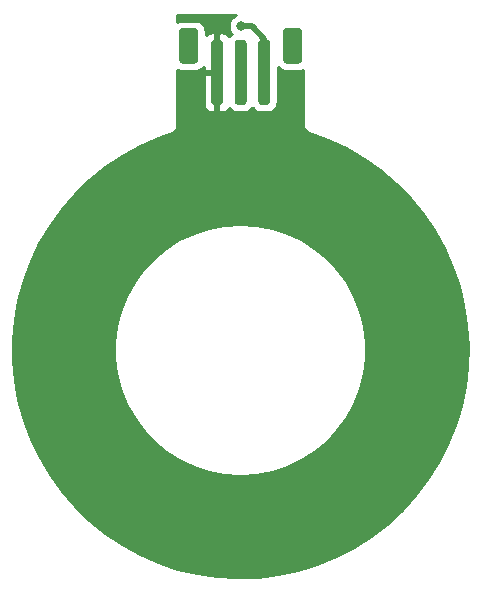
<source format=gbl>
G04 #@! TF.GenerationSoftware,KiCad,Pcbnew,5.1.9+dfsg1-1~bpo10+1*
G04 #@! TF.CreationDate,2021-09-04T16:41:58+00:00*
G04 #@! TF.ProjectId,ringLight,72696e67-4c69-4676-9874-2e6b69636164,rev?*
G04 #@! TF.SameCoordinates,Original*
G04 #@! TF.FileFunction,Copper,L2,Bot*
G04 #@! TF.FilePolarity,Positive*
%FSLAX46Y46*%
G04 Gerber Fmt 4.6, Leading zero omitted, Abs format (unit mm)*
G04 Created by KiCad (PCBNEW 5.1.9+dfsg1-1~bpo10+1) date 2021-09-04 16:41:58*
%MOMM*%
%LPD*%
G01*
G04 APERTURE LIST*
G04 #@! TA.AperFunction,ViaPad*
%ADD10C,0.800000*%
G04 #@! TD*
G04 #@! TA.AperFunction,Conductor*
%ADD11C,0.500000*%
G04 #@! TD*
G04 #@! TA.AperFunction,Conductor*
%ADD12C,0.254000*%
G04 #@! TD*
G04 #@! TA.AperFunction,Conductor*
%ADD13C,0.100000*%
G04 #@! TD*
G04 APERTURE END LIST*
G04 #@! TA.AperFunction,SMDPad,CuDef*
G36*
G01*
X-3570000Y26990000D02*
X-3570000Y24490000D01*
G75*
G02*
X-3820000Y24240000I-250000J0D01*
G01*
X-4920000Y24240000D01*
G75*
G02*
X-5170000Y24490000I0J250000D01*
G01*
X-5170000Y26990000D01*
G75*
G02*
X-4920000Y27240000I250000J0D01*
G01*
X-3820000Y27240000D01*
G75*
G02*
X-3570000Y26990000I0J-250000D01*
G01*
G37*
G04 #@! TD.AperFunction*
G04 #@! TA.AperFunction,SMDPad,CuDef*
G36*
G01*
X5230000Y26990000D02*
X5230000Y24490000D01*
G75*
G02*
X4980000Y24240000I-250000J0D01*
G01*
X3880000Y24240000D01*
G75*
G02*
X3630000Y24490000I0J250000D01*
G01*
X3630000Y26990000D01*
G75*
G02*
X3880000Y27240000I250000J0D01*
G01*
X4980000Y27240000D01*
G75*
G02*
X5230000Y26990000I0J-250000D01*
G01*
G37*
G04 #@! TD.AperFunction*
G04 #@! TA.AperFunction,SMDPad,CuDef*
G36*
G01*
X-1470000Y25990000D02*
X-1470000Y20990000D01*
G75*
G02*
X-1720000Y20740000I-250000J0D01*
G01*
X-2220000Y20740000D01*
G75*
G02*
X-2470000Y20990000I0J250000D01*
G01*
X-2470000Y25990000D01*
G75*
G02*
X-2220000Y26240000I250000J0D01*
G01*
X-1720000Y26240000D01*
G75*
G02*
X-1470000Y25990000I0J-250000D01*
G01*
G37*
G04 #@! TD.AperFunction*
G04 #@! TA.AperFunction,SMDPad,CuDef*
G36*
G01*
X530000Y25990000D02*
X530000Y20990000D01*
G75*
G02*
X280000Y20740000I-250000J0D01*
G01*
X-220000Y20740000D01*
G75*
G02*
X-470000Y20990000I0J250000D01*
G01*
X-470000Y25990000D01*
G75*
G02*
X-220000Y26240000I250000J0D01*
G01*
X280000Y26240000D01*
G75*
G02*
X530000Y25990000I0J-250000D01*
G01*
G37*
G04 #@! TD.AperFunction*
G04 #@! TA.AperFunction,SMDPad,CuDef*
G36*
G01*
X2530000Y25990000D02*
X2530000Y20990000D01*
G75*
G02*
X2280000Y20740000I-250000J0D01*
G01*
X1780000Y20740000D01*
G75*
G02*
X1530000Y20990000I0J250000D01*
G01*
X1530000Y25990000D01*
G75*
G02*
X1780000Y26240000I250000J0D01*
G01*
X2280000Y26240000D01*
G75*
G02*
X2530000Y25990000I0J-250000D01*
G01*
G37*
G04 #@! TD.AperFunction*
D10*
X-4250000Y18750000D03*
X8000000Y8180000D03*
X0Y23500000D03*
X60000Y27410000D03*
D11*
X10000Y23490000D02*
X0Y23500000D01*
X30000Y23490000D02*
X10000Y23490000D01*
X2030000Y23490000D02*
X2030000Y26360000D01*
X980000Y27410000D02*
X60000Y27410000D01*
X2030000Y26360000D02*
X980000Y27410000D01*
D12*
X-430256Y28327205D02*
X-599774Y28213937D01*
X-743937Y28069774D01*
X-857205Y27900256D01*
X-935226Y27711898D01*
X-975000Y27511939D01*
X-975000Y27308061D01*
X-935226Y27108102D01*
X-857205Y26919744D01*
X-743937Y26750226D01*
X-718181Y26724470D01*
X-847962Y26617962D01*
X-910969Y26541187D01*
X-939463Y26594494D01*
X-1018815Y26691185D01*
X-1115506Y26770537D01*
X-1225820Y26829502D01*
X-1345518Y26865812D01*
X-1470000Y26878072D01*
X-1684250Y26875000D01*
X-1843000Y26716250D01*
X-1843000Y23617000D01*
X-1823000Y23617000D01*
X-1823000Y23363000D01*
X-1843000Y23363000D01*
X-1843000Y20263750D01*
X-1684250Y20105000D01*
X-1470000Y20101928D01*
X-1345518Y20114188D01*
X-1225820Y20150498D01*
X-1115506Y20209463D01*
X-1018815Y20288815D01*
X-939463Y20385506D01*
X-910969Y20438813D01*
X-847962Y20362038D01*
X-713386Y20251595D01*
X-559850Y20169528D01*
X-393254Y20118992D01*
X-220000Y20101928D01*
X280000Y20101928D01*
X453254Y20118992D01*
X619850Y20169528D01*
X773386Y20251595D01*
X907962Y20362038D01*
X1018405Y20496614D01*
X1030000Y20518307D01*
X1041595Y20496614D01*
X1152038Y20362038D01*
X1286614Y20251595D01*
X1440150Y20169528D01*
X1606746Y20118992D01*
X1780000Y20101928D01*
X2280000Y20101928D01*
X2453254Y20118992D01*
X2619850Y20169528D01*
X2773386Y20251595D01*
X2907962Y20362038D01*
X3018405Y20496614D01*
X3100472Y20650150D01*
X3151008Y20816746D01*
X3168072Y20990000D01*
X3168072Y23964351D01*
X3252038Y23862038D01*
X3386614Y23751595D01*
X3540150Y23669528D01*
X3706746Y23618992D01*
X3880000Y23601928D01*
X4980000Y23601928D01*
X5153254Y23618992D01*
X5319850Y23669528D01*
X5339999Y23680298D01*
X5339998Y18967583D01*
X5349548Y18870619D01*
X5387288Y18746209D01*
X5448573Y18631552D01*
X5531050Y18531054D01*
X5631548Y18448577D01*
X5746205Y18387292D01*
X5790737Y18373783D01*
X7411073Y17781608D01*
X8962423Y17052406D01*
X10442804Y16188189D01*
X11840502Y15195792D01*
X13144438Y14083087D01*
X14344311Y12858862D01*
X15430597Y11532835D01*
X16394715Y10115479D01*
X17229021Y8618030D01*
X17926904Y7052354D01*
X18482848Y5430834D01*
X18892446Y3766309D01*
X19152454Y2071982D01*
X19260818Y361228D01*
X19216677Y-1352378D01*
X19020381Y-3055273D01*
X18673484Y-4733982D01*
X18178733Y-6375206D01*
X17540044Y-7965957D01*
X16762475Y-9493631D01*
X15852184Y-10946134D01*
X14816380Y-12311965D01*
X13663254Y-13580321D01*
X12401957Y-14741136D01*
X11042452Y-15785241D01*
X9595515Y-16704361D01*
X8072609Y-17491214D01*
X6485782Y-18139576D01*
X4847595Y-18644313D01*
X3171033Y-19001425D01*
X1469356Y-19208087D01*
X-243937Y-19262661D01*
X-1955320Y-19164715D01*
X-3651213Y-18915027D01*
X-5318194Y-18515572D01*
X-6943063Y-17969515D01*
X-8512971Y-17281173D01*
X-10015468Y-16456002D01*
X-11438660Y-15500537D01*
X-12771287Y-14422338D01*
X-14002787Y-13229949D01*
X-15123419Y-11932803D01*
X-16124306Y-10541174D01*
X-16997520Y-9066087D01*
X-17736150Y-7519214D01*
X-18334348Y-5912804D01*
X-18787381Y-4259567D01*
X-19091653Y-2572622D01*
X-19244762Y-865298D01*
X-19245416Y670603D01*
X-10658925Y670603D01*
X-10658925Y-670603D01*
X-10490828Y-2001232D01*
X-10157284Y-3300301D01*
X-9663553Y-4547323D01*
X-9017422Y-5722630D01*
X-8229081Y-6807688D01*
X-7310963Y-7785385D01*
X-6277546Y-8640301D01*
X-5145129Y-9358955D01*
X-3931570Y-9930013D01*
X-2656008Y-10344468D01*
X-1338559Y-10595785D01*
X0Y-10680000D01*
X1338559Y-10595785D01*
X2656008Y-10344468D01*
X3931570Y-9930013D01*
X5145129Y-9358955D01*
X6277546Y-8640301D01*
X7310963Y-7785385D01*
X8229081Y-6807688D01*
X9017422Y-5722630D01*
X9663553Y-4547323D01*
X10157284Y-3300301D01*
X10490828Y-2001232D01*
X10658925Y-670603D01*
X10658925Y670603D01*
X10490828Y2001232D01*
X10157284Y3300301D01*
X9663553Y4547323D01*
X9017422Y5722630D01*
X8229081Y6807688D01*
X7310963Y7785385D01*
X6277546Y8640301D01*
X5145129Y9358955D01*
X3931570Y9930013D01*
X2656008Y10344468D01*
X1338559Y10595785D01*
X0Y10680000D01*
X-1338559Y10595785D01*
X-2656008Y10344468D01*
X-3931570Y9930013D01*
X-5145129Y9358955D01*
X-6277546Y8640301D01*
X-7310963Y7785385D01*
X-8229081Y6807688D01*
X-9017422Y5722630D01*
X-9663553Y4547323D01*
X-10157284Y3300301D01*
X-10490828Y2001232D01*
X-10658925Y670603D01*
X-19245416Y670603D01*
X-19245492Y848880D01*
X-19093841Y2556331D01*
X-18791005Y4243548D01*
X-18339388Y5897157D01*
X-17742557Y7504084D01*
X-17005244Y9051588D01*
X-16133286Y10527425D01*
X-15133592Y11919899D01*
X-14014069Y13217998D01*
X-12783581Y14411442D01*
X-11451878Y15490775D01*
X-10029504Y16447451D01*
X-8527704Y17273907D01*
X-6954566Y17965266D01*
X-5794749Y18372565D01*
X-5746208Y18387290D01*
X-5631551Y18448575D01*
X-5531052Y18531052D01*
X-5448575Y18631550D01*
X-5387290Y18746207D01*
X-5349550Y18870617D01*
X-5340000Y18967581D01*
X-5340000Y20740000D01*
X-3108072Y20740000D01*
X-3095812Y20615518D01*
X-3059502Y20495820D01*
X-3000537Y20385506D01*
X-2921185Y20288815D01*
X-2824494Y20209463D01*
X-2714180Y20150498D01*
X-2594482Y20114188D01*
X-2470000Y20101928D01*
X-2255750Y20105000D01*
X-2097000Y20263750D01*
X-2097000Y23363000D01*
X-2946250Y23363000D01*
X-3105000Y23204250D01*
X-3108072Y20740000D01*
X-5340000Y20740000D01*
X-5340000Y23712369D01*
X-5259850Y23669528D01*
X-5093254Y23618992D01*
X-4920000Y23601928D01*
X-3820000Y23601928D01*
X-3646746Y23618992D01*
X-3480150Y23669528D01*
X-3326614Y23751595D01*
X-3192038Y23862038D01*
X-3105239Y23967803D01*
X-3105000Y23775750D01*
X-2946250Y23617000D01*
X-2097000Y23617000D01*
X-2097000Y26716250D01*
X-2255750Y26875000D01*
X-2470000Y26878072D01*
X-2594482Y26865812D01*
X-2714180Y26829502D01*
X-2824494Y26770537D01*
X-2921185Y26691185D01*
X-2931928Y26678095D01*
X-2931928Y26990000D01*
X-2948992Y27163254D01*
X-2999528Y27329850D01*
X-3081595Y27483386D01*
X-3192038Y27617962D01*
X-3326614Y27728405D01*
X-3480150Y27810472D01*
X-3646746Y27861008D01*
X-3820000Y27878072D01*
X-4920000Y27878072D01*
X-5093254Y27861008D01*
X-5259850Y27810472D01*
X-5340000Y27767631D01*
X-5340000Y28340000D01*
X-399366Y28340000D01*
X-430256Y28327205D01*
G04 #@! TA.AperFunction,Conductor*
D13*
G36*
X-430256Y28327205D02*
G01*
X-599774Y28213937D01*
X-743937Y28069774D01*
X-857205Y27900256D01*
X-935226Y27711898D01*
X-975000Y27511939D01*
X-975000Y27308061D01*
X-935226Y27108102D01*
X-857205Y26919744D01*
X-743937Y26750226D01*
X-718181Y26724470D01*
X-847962Y26617962D01*
X-910969Y26541187D01*
X-939463Y26594494D01*
X-1018815Y26691185D01*
X-1115506Y26770537D01*
X-1225820Y26829502D01*
X-1345518Y26865812D01*
X-1470000Y26878072D01*
X-1684250Y26875000D01*
X-1843000Y26716250D01*
X-1843000Y23617000D01*
X-1823000Y23617000D01*
X-1823000Y23363000D01*
X-1843000Y23363000D01*
X-1843000Y20263750D01*
X-1684250Y20105000D01*
X-1470000Y20101928D01*
X-1345518Y20114188D01*
X-1225820Y20150498D01*
X-1115506Y20209463D01*
X-1018815Y20288815D01*
X-939463Y20385506D01*
X-910969Y20438813D01*
X-847962Y20362038D01*
X-713386Y20251595D01*
X-559850Y20169528D01*
X-393254Y20118992D01*
X-220000Y20101928D01*
X280000Y20101928D01*
X453254Y20118992D01*
X619850Y20169528D01*
X773386Y20251595D01*
X907962Y20362038D01*
X1018405Y20496614D01*
X1030000Y20518307D01*
X1041595Y20496614D01*
X1152038Y20362038D01*
X1286614Y20251595D01*
X1440150Y20169528D01*
X1606746Y20118992D01*
X1780000Y20101928D01*
X2280000Y20101928D01*
X2453254Y20118992D01*
X2619850Y20169528D01*
X2773386Y20251595D01*
X2907962Y20362038D01*
X3018405Y20496614D01*
X3100472Y20650150D01*
X3151008Y20816746D01*
X3168072Y20990000D01*
X3168072Y23964351D01*
X3252038Y23862038D01*
X3386614Y23751595D01*
X3540150Y23669528D01*
X3706746Y23618992D01*
X3880000Y23601928D01*
X4980000Y23601928D01*
X5153254Y23618992D01*
X5319850Y23669528D01*
X5339999Y23680298D01*
X5339998Y18967583D01*
X5349548Y18870619D01*
X5387288Y18746209D01*
X5448573Y18631552D01*
X5531050Y18531054D01*
X5631548Y18448577D01*
X5746205Y18387292D01*
X5790737Y18373783D01*
X7411073Y17781608D01*
X8962423Y17052406D01*
X10442804Y16188189D01*
X11840502Y15195792D01*
X13144438Y14083087D01*
X14344311Y12858862D01*
X15430597Y11532835D01*
X16394715Y10115479D01*
X17229021Y8618030D01*
X17926904Y7052354D01*
X18482848Y5430834D01*
X18892446Y3766309D01*
X19152454Y2071982D01*
X19260818Y361228D01*
X19216677Y-1352378D01*
X19020381Y-3055273D01*
X18673484Y-4733982D01*
X18178733Y-6375206D01*
X17540044Y-7965957D01*
X16762475Y-9493631D01*
X15852184Y-10946134D01*
X14816380Y-12311965D01*
X13663254Y-13580321D01*
X12401957Y-14741136D01*
X11042452Y-15785241D01*
X9595515Y-16704361D01*
X8072609Y-17491214D01*
X6485782Y-18139576D01*
X4847595Y-18644313D01*
X3171033Y-19001425D01*
X1469356Y-19208087D01*
X-243937Y-19262661D01*
X-1955320Y-19164715D01*
X-3651213Y-18915027D01*
X-5318194Y-18515572D01*
X-6943063Y-17969515D01*
X-8512971Y-17281173D01*
X-10015468Y-16456002D01*
X-11438660Y-15500537D01*
X-12771287Y-14422338D01*
X-14002787Y-13229949D01*
X-15123419Y-11932803D01*
X-16124306Y-10541174D01*
X-16997520Y-9066087D01*
X-17736150Y-7519214D01*
X-18334348Y-5912804D01*
X-18787381Y-4259567D01*
X-19091653Y-2572622D01*
X-19244762Y-865298D01*
X-19245416Y670603D01*
X-10658925Y670603D01*
X-10658925Y-670603D01*
X-10490828Y-2001232D01*
X-10157284Y-3300301D01*
X-9663553Y-4547323D01*
X-9017422Y-5722630D01*
X-8229081Y-6807688D01*
X-7310963Y-7785385D01*
X-6277546Y-8640301D01*
X-5145129Y-9358955D01*
X-3931570Y-9930013D01*
X-2656008Y-10344468D01*
X-1338559Y-10595785D01*
X0Y-10680000D01*
X1338559Y-10595785D01*
X2656008Y-10344468D01*
X3931570Y-9930013D01*
X5145129Y-9358955D01*
X6277546Y-8640301D01*
X7310963Y-7785385D01*
X8229081Y-6807688D01*
X9017422Y-5722630D01*
X9663553Y-4547323D01*
X10157284Y-3300301D01*
X10490828Y-2001232D01*
X10658925Y-670603D01*
X10658925Y670603D01*
X10490828Y2001232D01*
X10157284Y3300301D01*
X9663553Y4547323D01*
X9017422Y5722630D01*
X8229081Y6807688D01*
X7310963Y7785385D01*
X6277546Y8640301D01*
X5145129Y9358955D01*
X3931570Y9930013D01*
X2656008Y10344468D01*
X1338559Y10595785D01*
X0Y10680000D01*
X-1338559Y10595785D01*
X-2656008Y10344468D01*
X-3931570Y9930013D01*
X-5145129Y9358955D01*
X-6277546Y8640301D01*
X-7310963Y7785385D01*
X-8229081Y6807688D01*
X-9017422Y5722630D01*
X-9663553Y4547323D01*
X-10157284Y3300301D01*
X-10490828Y2001232D01*
X-10658925Y670603D01*
X-19245416Y670603D01*
X-19245492Y848880D01*
X-19093841Y2556331D01*
X-18791005Y4243548D01*
X-18339388Y5897157D01*
X-17742557Y7504084D01*
X-17005244Y9051588D01*
X-16133286Y10527425D01*
X-15133592Y11919899D01*
X-14014069Y13217998D01*
X-12783581Y14411442D01*
X-11451878Y15490775D01*
X-10029504Y16447451D01*
X-8527704Y17273907D01*
X-6954566Y17965266D01*
X-5794749Y18372565D01*
X-5746208Y18387290D01*
X-5631551Y18448575D01*
X-5531052Y18531052D01*
X-5448575Y18631550D01*
X-5387290Y18746207D01*
X-5349550Y18870617D01*
X-5340000Y18967581D01*
X-5340000Y20740000D01*
X-3108072Y20740000D01*
X-3095812Y20615518D01*
X-3059502Y20495820D01*
X-3000537Y20385506D01*
X-2921185Y20288815D01*
X-2824494Y20209463D01*
X-2714180Y20150498D01*
X-2594482Y20114188D01*
X-2470000Y20101928D01*
X-2255750Y20105000D01*
X-2097000Y20263750D01*
X-2097000Y23363000D01*
X-2946250Y23363000D01*
X-3105000Y23204250D01*
X-3108072Y20740000D01*
X-5340000Y20740000D01*
X-5340000Y23712369D01*
X-5259850Y23669528D01*
X-5093254Y23618992D01*
X-4920000Y23601928D01*
X-3820000Y23601928D01*
X-3646746Y23618992D01*
X-3480150Y23669528D01*
X-3326614Y23751595D01*
X-3192038Y23862038D01*
X-3105239Y23967803D01*
X-3105000Y23775750D01*
X-2946250Y23617000D01*
X-2097000Y23617000D01*
X-2097000Y26716250D01*
X-2255750Y26875000D01*
X-2470000Y26878072D01*
X-2594482Y26865812D01*
X-2714180Y26829502D01*
X-2824494Y26770537D01*
X-2921185Y26691185D01*
X-2931928Y26678095D01*
X-2931928Y26990000D01*
X-2948992Y27163254D01*
X-2999528Y27329850D01*
X-3081595Y27483386D01*
X-3192038Y27617962D01*
X-3326614Y27728405D01*
X-3480150Y27810472D01*
X-3646746Y27861008D01*
X-3820000Y27878072D01*
X-4920000Y27878072D01*
X-5093254Y27861008D01*
X-5259850Y27810472D01*
X-5340000Y27767631D01*
X-5340000Y28340000D01*
X-399366Y28340000D01*
X-430256Y28327205D01*
G37*
G04 #@! TD.AperFunction*
M02*

</source>
